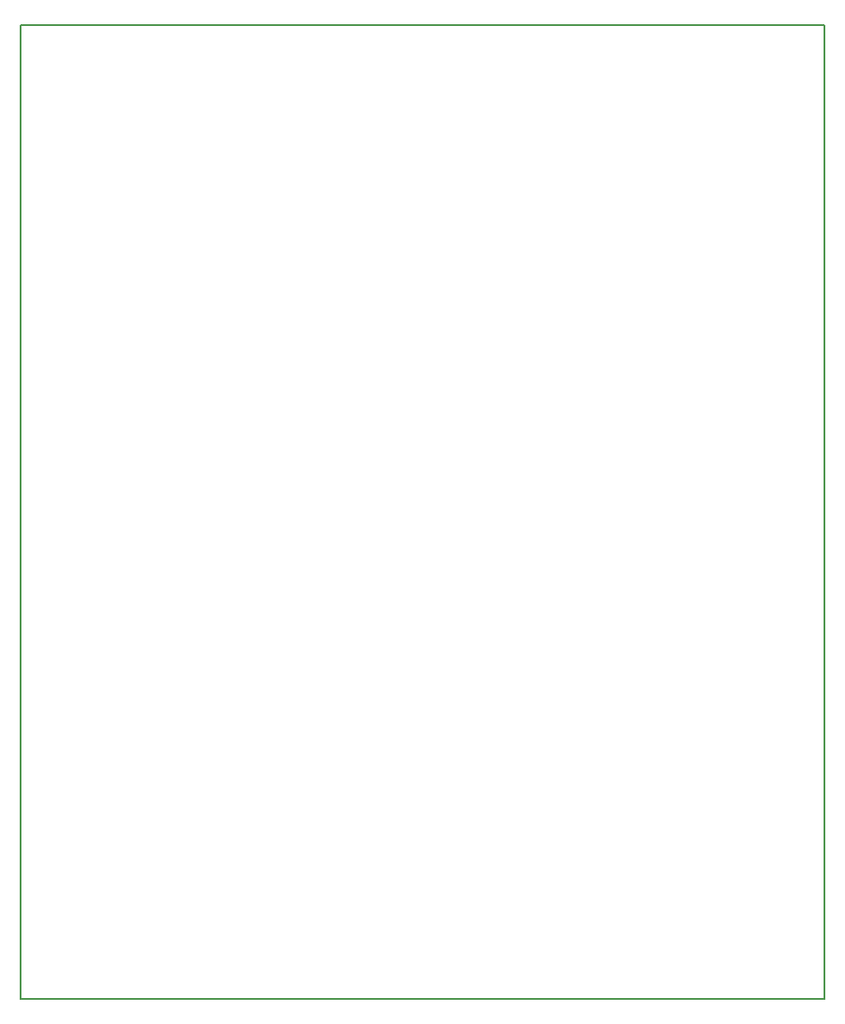
<source format=gm1>
G04 #@! TF.GenerationSoftware,KiCad,Pcbnew,6.0.11-2627ca5db0~126~ubuntu20.04.1*
G04 #@! TF.CreationDate,2023-07-01T13:06:28-04:00*
G04 #@! TF.ProjectId,MoistureSensorBreakout,4d6f6973-7475-4726-9553-656e736f7242,rev?*
G04 #@! TF.SameCoordinates,Original*
G04 #@! TF.FileFunction,Profile,NP*
%FSLAX46Y46*%
G04 Gerber Fmt 4.6, Leading zero omitted, Abs format (unit mm)*
G04 Created by KiCad (PCBNEW 6.0.11-2627ca5db0~126~ubuntu20.04.1) date 2023-07-01 13:06:28*
%MOMM*%
%LPD*%
G01*
G04 APERTURE LIST*
G04 #@! TA.AperFunction,Profile*
%ADD10C,0.150000*%
G04 #@! TD*
G04 APERTURE END LIST*
D10*
X109000000Y-48250000D02*
X185000000Y-48250000D01*
X185000000Y-48250000D02*
X185000000Y-140250000D01*
X185000000Y-140250000D02*
X109000000Y-140250000D01*
X109000000Y-140250000D02*
X109000000Y-48250000D01*
M02*

</source>
